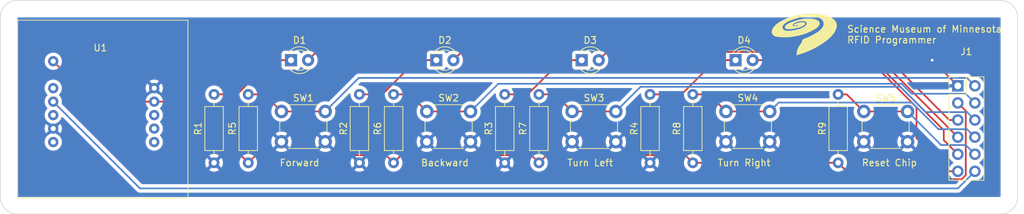
<source format=kicad_pcb>
(kicad_pcb (version 20221018) (generator pcbnew)
  (layers (0 "F.Cu" signal) (31 "B.Cu" signal) (34 "B.Paste" user) (35 "F.Paste" user) (36 "B.SilkS" user "B.Silkscreen") (37 "F.SilkS" user "F.Silkscreen") (38 "B.Mask" user) (39 "F.Mask" user) (44 "Edge.Cuts" user))
  (net 0 "")
  (net 1 "Net-(D1-Pad1)")
  (net 2 "/LED1")
  (net 3 "/LED2")
  (net 4 "Net-(D2-Pad1)")
  (net 5 "Net-(D3-Pad1)")
  (net 6 "/LED3")
  (net 7 "/LED4")
  (net 8 "Net-(D4-Pad1)")
  (net 9 "GND")
  (net 10 "/B1")
  (net 11 "+5V")
  (net 12 "/B2")
  (net 13 "/B3")
  (net 14 "/B4")
  (net 15 "/B5")
  (net 16 "Net-(J1-Pad12)")
  (net 17 "Net-(U1-Pad10)")
  (net 18 "Net-(U1-Pad8)")
  (net 19 "Net-(U1-Pad6)")
  (net 20 "Net-(U1-Pad5)")
  (net 21 "Net-(U1-Pad4)")
  (net 22 "Net-(U1-Pad3)")
  (footprint "LED_THT:LED_D3.0mm" (layer "F.Cu") (at 110.49 73.66)
    (fp_text reference "D1" (at 1.27 -2.96) (layer "F.SilkS"))
    (fp_text value "LED")
    (fp_line (start -0.29 -1.236) (end -0.29 -1.08) (stroke (width 0.12)) (layer "F.SilkS"))
    (fp_line (start -0.29 1.08) (end -0.29 1.236) (stroke (width 0.12)) (layer "F.SilkS"))
    (fp_arc (start -0.29 -1.235516) (mid 1.366487 -1.987659) (end 2.942335 -1.078608) (stroke (width 0.12)) (layer "F.SilkS"))
    (fp_arc (start 0.229039 -1.08) (mid 1.270117 -1.5) (end 2.31113 -1.079837) (stroke (width 0.12)) (layer "F.SilkS"))
    (fp_arc (start 2.31113 1.079837) (mid 1.270117 1.5) (end 0.229039 1.08) (stroke (width 0.12)) (layer "F.SilkS"))
    (fp_arc (start 2.942335 1.078608) (mid 1.366487 1.987659) (end -0.29 1.235516) (stroke (width 0.12)) (layer "F.SilkS"))
    (pad "1" thru_hole rect (at 0 0) (size 1.8 1.8) (drill 0.9) (layers "*.Cu" "*.Mask") (net 1 "Net-(D1-Pad1)"))
    (pad "2" thru_hole circle (at 2.54 0) (size 1.8 1.8) (drill 0.9) (layers "*.Cu" "*.Mask") (net 2 "/LED1"))
  )
  (footprint "LED_THT:LED_D3.0mm" (layer "F.Cu") (at 132.08 73.66)
    (fp_text reference "D2" (at 1.27 -2.96) (layer "F.SilkS"))
    (fp_text value "LED")
    (fp_line (start -0.29 -1.236) (end -0.29 -1.08) (stroke (width 0.12)) (layer "F.SilkS"))
    (fp_line (start -0.29 1.08) (end -0.29 1.236) (stroke (width 0.12)) (layer "F.SilkS"))
    (fp_arc (start -0.29 -1.235516) (mid 1.366487 -1.987659) (end 2.942335 -1.078608) (stroke (width 0.12)) (layer "F.SilkS"))
    (fp_arc (start 0.229039 -1.08) (mid 1.270117 -1.5) (end 2.31113 -1.079837) (stroke (width 0.12)) (layer "F.SilkS"))
    (fp_arc (start 2.31113 1.079837) (mid 1.270117 1.5) (end 0.229039 1.08) (stroke (width 0.12)) (layer "F.SilkS"))
    (fp_arc (start 2.942335 1.078608) (mid 1.366487 1.987659) (end -0.29 1.235516) (stroke (width 0.12)) (layer "F.SilkS"))
    (pad "1" thru_hole rect (at 0 0) (size 1.8 1.8) (drill 0.9) (layers "*.Cu" "*.Mask") (net 4 "Net-(D2-Pad1)"))
    (pad "2" thru_hole circle (at 2.54 0) (size 1.8 1.8) (drill 0.9) (layers "*.Cu" "*.Mask") (net 3 "/LED2"))
  )
  (footprint "LED_THT:LED_D3.0mm" (layer "F.Cu") (at 153.67 73.66)
    (fp_text reference "D3" (at 1.27 -2.96) (layer "F.SilkS"))
    (fp_text value "LED")
    (fp_line (start -0.29 -1.236) (end -0.29 -1.08) (stroke (width 0.12)) (layer "F.SilkS"))
    (fp_line (start -0.29 1.08) (end -0.29 1.236) (stroke (width 0.12)) (layer "F.SilkS"))
    (fp_arc (start -0.29 -1.235516) (mid 1.366487 -1.987659) (end 2.942335 -1.078608) (stroke (width 0.12)) (layer "F.SilkS"))
    (fp_arc (start 0.229039 -1.08) (mid 1.270117 -1.5) (end 2.31113 -1.079837) (stroke (width 0.12)) (layer "F.SilkS"))
    (fp_arc (start 2.31113 1.079837) (mid 1.270117 1.5) (end 0.229039 1.08) (stroke (width 0.12)) (layer "F.SilkS"))
    (fp_arc (start 2.942335 1.078608) (mid 1.366487 1.987659) (end -0.29 1.235516) (stroke (width 0.12)) (layer "F.SilkS"))
    (pad "1" thru_hole rect (at 0 0) (size 1.8 1.8) (drill 0.9) (layers "*.Cu" "*.Mask") (net 5 "Net-(D3-Pad1)"))
    (pad "2" thru_hole circle (at 2.54 0) (size 1.8 1.8) (drill 0.9) (layers "*.Cu" "*.Mask") (net 6 "/LED3"))
  )
  (footprint "LED_THT:LED_D3.0mm" (layer "F.Cu") (at 176.53 73.66)
    (fp_text reference "D4" (at 1.27 -2.96) (layer "F.SilkS"))
    (fp_text value "LED")
    (fp_line (start -0.29 -1.236) (end -0.29 -1.08) (stroke (width 0.12)) (layer "F.SilkS"))
    (fp_line (start -0.29 1.08) (end -0.29 1.236) (stroke (width 0.12)) (layer "F.SilkS"))
    (fp_arc (start -0.29 -1.235516) (mid 1.366487 -1.987659) (end 2.942335 -1.078608) (stroke (width 0.12)) (layer "F.SilkS"))
    (fp_arc (start 0.229039 -1.08) (mid 1.270117 -1.5) (end 2.31113 -1.079837) (stroke (width 0.12)) (layer "F.SilkS"))
    (fp_arc (start 2.31113 1.079837) (mid 1.270117 1.5) (end 0.229039 1.08) (stroke (width 0.12)) (layer "F.SilkS"))
    (fp_arc (start 2.942335 1.078608) (mid 1.366487 1.987659) (end -0.29 1.235516) (stroke (width 0.12)) (layer "F.SilkS"))
    (pad "1" thru_hole rect (at 0 0) (size 1.8 1.8) (drill 0.9) (layers "*.Cu" "*.Mask") (net 8 "Net-(D4-Pad1)"))
    (pad "2" thru_hole circle (at 2.54 0) (size 1.8 1.8) (drill 0.9) (layers "*.Cu" "*.Mask") (net 7 "/LED4"))
  )
  (footprint "Resistor_THT:R_Axial_DIN0207_L6.3mm_D2.5mm_P10.16mm_Horizontal" (layer "F.Cu") (at 99.06 88.9 90)
    (fp_text reference "R1" (at 5.08 -2.37 90) (layer "F.SilkS"))
    (fp_text value "1k")
    (fp_line (start 1.04 0) (end 1.81 0) (stroke (width 0.12)) (layer "F.SilkS"))
    (fp_line (start 1.81 -1.37) (end 1.81 1.37) (stroke (width 0.12)) (layer "F.SilkS"))
    (fp_line (start 1.81 1.37) (end 8.35 1.37) (stroke (width 0.12)) (layer "F.SilkS"))
    (fp_line (start 8.35 -1.37) (end 1.81 -1.37) (stroke (width 0.12)) (layer "F.SilkS"))
    (fp_line (start 8.35 1.37) (end 8.35 -1.37) (stroke (width 0.12)) (layer "F.SilkS"))
    (fp_line (start 9.12 0) (end 8.35 0) (stroke (width 0.12)) (layer "F.SilkS"))
    (pad "1" thru_hole circle (at 0 0 90) (size 1.6 1.6) (drill 0.8) (layers "*.Cu" "*.Mask") (net 9 "GND"))
    (pad "2" thru_hole oval (at 10.16 0 90) (size 1.6 1.6) (drill 0.8) (layers "*.Cu" "*.Mask") (net 1 "Net-(D1-Pad1)"))
  )
  (footprint "Resistor_THT:R_Axial_DIN0207_L6.3mm_D2.5mm_P10.16mm_Horizontal" (layer "F.Cu") (at 142.24 88.9 90)
    (fp_text reference "R3" (at 5.08 -2.37 90) (layer "F.SilkS"))
    (fp_text value "1k")
    (fp_line (start 1.04 0) (end 1.81 0) (stroke (width 0.12)) (layer "F.SilkS"))
    (fp_line (start 1.81 -1.37) (end 1.81 1.37) (stroke (width 0.12)) (layer "F.SilkS"))
    (fp_line (start 1.81 1.37) (end 8.35 1.37) (stroke (width 0.12)) (layer "F.SilkS"))
    (fp_line (start 8.35 -1.37) (end 1.81 -1.37) (stroke (width 0.12)) (layer "F.SilkS"))
    (fp_line (start 8.35 1.37) (end 8.35 -1.37) (stroke (width 0.12)) (layer "F.SilkS"))
    (fp_line (start 9.12 0) (end 8.35 0) (stroke (width 0.12)) (layer "F.SilkS"))
    (pad "1" thru_hole circle (at 0 0 90) (size 1.6 1.6) (drill 0.8) (layers "*.Cu" "*.Mask") (net 9 "GND"))
    (pad "2" thru_hole oval (at 10.16 0 90) (size 1.6 1.6) (drill 0.8) (layers "*.Cu" "*.Mask") (net 5 "Net-(D3-Pad1)"))
  )
  (footprint "Resistor_THT:R_Axial_DIN0207_L6.3mm_D2.5mm_P10.16mm_Horizontal" (layer "F.Cu") (at 104.14 88.9 90)
    (fp_text reference "R5" (at 5.08 -2.37 90) (layer "F.SilkS"))
    (fp_text value "10k")
    (fp_line (start 1.04 0) (end 1.81 0) (stroke (width 0.12)) (layer "F.SilkS"))
    (fp_line (start 1.81 -1.37) (end 1.81 1.37) (stroke (width 0.12)) (layer "F.SilkS"))
    (fp_line (start 1.81 1.37) (end 8.35 1.37) (stroke (width 0.12)) (layer "F.SilkS"))
    (fp_line (start 8.35 -1.37) (end 1.81 -1.37) (stroke (width 0.12)) (layer "F.SilkS"))
    (fp_line (start 8.35 1.37) (end 8.35 -1.37) (stroke (width 0.12)) (layer "F.SilkS"))
    (fp_line (start 9.12 0) (end 8.35 0) (stroke (width 0.12)) (layer "F.SilkS"))
    (pad "1" thru_hole circle (at 0 0 90) (size 1.6 1.6) (drill 0.8) (layers "*.Cu" "*.Mask") (net 11 "+5V"))
    (pad "2" thru_hole oval (at 10.16 0 90) (size 1.6 1.6) (drill 0.8) (layers "*.Cu" "*.Mask") (net 10 "/B1"))
  )
  (footprint "Button_Switch_THT:SW_PUSH_6mm_H4.3mm" (layer "F.Cu") (at 109.07 81.28)
    (fp_text reference "SW1" (at 3.25 -2) (layer "F.SilkS"))
    (fp_text value "SW_Push")
    (fp_line (start -0.25 1.5) (end -0.25 3) (stroke (width 0.12)) (layer "F.SilkS"))
    (fp_line (start 1 5.5) (end 5.5 5.5) (stroke (width 0.12)) (layer "F.SilkS"))
    (fp_line (start 5.5 -1) (end 1 -1) (stroke (width 0.12)) (layer "F.SilkS"))
    (fp_line (start 6.75 3) (end 6.75 1.5) (stroke (width 0.12)) (layer "F.SilkS"))
    (pad "1" thru_hole circle (at 0 0 90) (size 2 2) (drill 1.1) (layers "*.Cu" "*.Mask") (net 10 "/B1"))
    (pad "1" thru_hole circle (at 6.5 0 90) (size 2 2) (drill 1.1) (layers "*.Cu" "*.Mask") (net 10 "/B1"))
    (pad "2" thru_hole circle (at 0 4.5 90) (size 2 2) (drill 1.1) (layers "*.Cu" "*.Mask") (net 9 "GND"))
    (pad "2" thru_hole circle (at 6.5 4.5 90) (size 2 2) (drill 1.1) (layers "*.Cu" "*.Mask") (net 9 "GND"))
  )
  (footprint "SMM:ID-12LA" (layer "F.Cu") (at 90.17 77.82)
    (fp_text reference "U1" (at -8 -6) (layer "F.SilkS"))
    (fp_text value "ID12-LA")
    (fp_line (start -20.3 -10.1) (end 5 -10.1) (stroke (width 0.12)) (layer "F.SilkS"))
    (fp_line (start -20.3 16.3) (end -20.3 -10.1) (stroke (width 0.12)) (layer "F.SilkS"))
    (fp_line (start 0 16.3) (end -20.3 16.3) (stroke (width 0.12)) (layer "F.SilkS"))
    (fp_line (start 5 -10.1) (end 5 16.3) (stroke (width 0.12)) (layer "F.SilkS"))
    (fp_line (start 5 16.3) (end 0 16.3) (stroke (width 0.12)) (layer "F.SilkS"))
    (pad "1" thru_hole circle (at 0 0) (size 1.524 1.524) (drill 0.762) (layers "*.Cu" "*.Mask") (net 9 "GND"))
    (pad "2" thru_hole circle (at 0 2) (size 1.524 1.524) (drill 0.762) (layers "*.Cu" "*.Mask") (net 11 "+5V"))
    (pad "3" thru_hole circle (at 0 4) (size 1.524 1.524) (drill 0.762) (layers "*.Cu" "*.Mask") (net 22 "Net-(U1-Pad3)"))
    (pad "4" thru_hole circle (at 0 6) (size 1.524 1.524) (drill 0.762) (layers "*.Cu" "*.Mask") (net 21 "Net-(U1-Pad4)"))
    (pad "5" thru_hole circle (at 0 8) (size 1.524 1.524) (drill 0.762) (layers "*.Cu" "*.Mask") (net 20 "Net-(U1-Pad5)"))
    (pad "6" thru_hole circle (at -15 8) (size 1.524 1.524) (drill 0.762) (layers "*.Cu" "*.Mask") (net 19 "Net-(U1-Pad6)"))
    (pad "7" thru_hole circle (at -15 6) (size 1.524 1.524) (drill 0.762) (layers "*.Cu" "*.Mask") (net 9 "GND"))
    (pad "8" thru_hole circle (at -15 4) (size 1.524 1.524) (drill 0.762) (layers "*.Cu" "*.Mask") (net 18 "Net-(U1-Pad8)"))
    (pad "9" thru_hole circle (at -15 2) (size 1.524 1.524) (drill 0.762) (layers "*.Cu" "*.Mask") (net 16 "Net-(J1-Pad12)"))
    (pad "10" thru_hole circle (at -15 0) (size 1.524 1.524) (drill 0.762) (layers "*.Cu" "*.Mask") (net 17 "Net-(U1-Pad10)"))
    (pad "11" thru_hole circle (at -15 -4) (size 1.524 1.524) (drill 0.762) (layers "*.Cu" "*.Mask") (net 11 "+5V"))
  )
  (footprint "Connector_PinHeader_2.54mm:PinHeader_2x06_P2.54mm_Vertical" (layer "F.Cu") (at 209.55 77.47)
    (fp_text reference "J1" (at 1.27 -5.08) (layer "F.SilkS"))
    (fp_text value "Conn_02x06_Odd_Even")
    (fp_line (start -1.33 -1.33) (end 0 -1.33) (stroke (width 0.12)) (layer "F.SilkS"))
    (fp_line (start -1.33 0) (end -1.33 -1.33) (stroke (width 0.12)) (layer "F.SilkS"))
    (fp_line (start -1.33 1.27) (end -1.33 14.03) (stroke (width 0.12)) (layer "F.SilkS"))
    (fp_line (start -1.33 1.27) (end 1.27 1.27) (stroke (width 0.12)) (layer "F.SilkS"))
    (fp_line (start -1.33 14.03) (end 3.87 14.03) (stroke (width 0.12)) (layer "F.SilkS"))
    (fp_line (start 1.27 -1.33) (end 3.87 -1.33) (stroke (width 0.12)) (layer "F.SilkS"))
    (fp_line (start 1.27 1.27) (end 1.27 -1.33) (stroke (width 0.12)) (layer "F.SilkS"))
    (fp_line (start 3.87 -1.33) (end 3.87 14.03) (stroke (width 0.12)) (layer "F.SilkS"))
    (pad "1" thru_hole rect (at 0 0) (size 1.7 1.7) (drill 1) (layers "*.Cu" "*.Mask") (net 9 "GND"))
    (pad "2" thru_hole oval (at 2.54 0) (size 1.7 1.7) (drill 1) (layers "*.Cu" "*.Mask") (net 10 "/B1"))
    (pad "3" thru_hole oval (at 0 2.54) (size 1.7 1.7) (drill 1) (layers "*.Cu" "*.Mask") (net 11 "+5V"))
    (pad "4" thru_hole oval (at 2.54 2.54) (size 1.7 1.7) (drill 1) (layers "*.Cu" "*.Mask") (net 12 "/B2"))
    (pad "5" thru_hole oval (at 0 5.08) (size 1.7 1.7) (drill 1) (layers "*.Cu" "*.Mask") (net 2 "/LED1"))
    (pad "6" thru_hole oval (at 2.54 5.08) (size 1.7 1.7) (drill 1) (layers "*.Cu" "*.Mask") (net 13 "/B3"))
    (pad "7" thru_hole oval (at 0 7.62) (size 1.7 1.7) (drill 1) (layers "*.Cu" "*.Mask") (net 3 "/LED2"))
    (pad "8" thru_hole oval (at 2.54 7.62) (size 1.7 1.7) (drill 1) (layers "*.Cu" "*.Mask") (net 14 "/B4"))
    (pad "9" thru_hole oval (at 0 10.16) (size 1.7 1.7) (drill 1) (layers "*.Cu" "*.Mask") (net 6 "/LED3"))
    (pad "10" thru_hole oval (at 2.54 10.16) (size 1.7 1.7) (drill 1) (layers "*.Cu" "*.Mask") (net 15 "/B5"))
    (pad "11" thru_hole oval (at 0 12.7) (size 1.7 1.7) (drill 1) (layers "*.Cu" "*.Mask") (net 7 "/LED4"))
    (pad "12" thru_hole oval (at 2.54 12.7) (size 1.7 1.7) (drill 1) (layers "*.Cu" "*.Mask") (net 16 "Net-(J1-Pad12)"))
  )
  (footprint "Resistor_THT:R_Axial_DIN0207_L6.3mm_D2.5mm_P10.16mm_Horizontal" (layer "F.Cu") (at 120.65 88.9 90)
    (fp_text reference "R2" (at 5.08 -2.37 90) (layer "F.SilkS"))
    (fp_text value "1k")
    (fp_line (start 1.04 0) (end 1.81 0) (stroke (width 0.12)) (layer "F.SilkS"))
    (fp_line (start 1.81 -1.37) (end 1.81 1.37) (stroke (width 0.12)) (layer "F.SilkS"))
    (fp_line (start 1.81 1.37) (end 8.35 1.37) (stroke (width 0.12)) (layer "F.SilkS"))
    (fp_line (start 8.35 -1.37) (end 1.81 -1.37) (stroke (width 0.12)) (layer "F.SilkS"))
    (fp_line (start 8.35 1.37) (end 8.35 -1.37) (stroke (width 0.12)) (layer "F.SilkS"))
    (fp_line (start 9.12 0) (end 8.35 0) (stroke (width 0.12)) (layer "F.SilkS"))
    (pad "1" thru_hole circle (at 0 0 90) (size 1.6 1.6) (drill 0.8) (layers "*.Cu" "*.Mask") (net 9 "GND"))
    (pad "2" thru_hole oval (at 10.16 0 90) (size 1.6 1.6) (drill 0.8) (layers "*.Cu" "*.Mask") (net 4 "Net-(D2-Pad1)"))
  )
  (footprint "Resistor_THT:R_Axial_DIN0207_L6.3mm_D2.5mm_P10.16mm_Horizontal" (layer "F.Cu") (at 147.32 88.9 90)
    (fp_text reference "R7" (at 5.08 -2.37 90) (layer "F.SilkS"))
    (fp_text value "10k")
    (fp_line (start 1.04 0) (end 1.81 0) (stroke (width 0.12)) (layer "F.SilkS"))
    (fp_line (start 1.81 -1.37) (end 1.81 1.37) (stroke (width 0.12)) (layer "F.SilkS"))
    (fp_line (start 1.81 1.37) (end 8.35 1.37) (stroke (width 0.12)) (layer "F.SilkS"))
    (fp_line (start 8.35 -1.37) (end 1.81 -1.37) (stroke (width 0.12)) (layer "F.SilkS"))
    (fp_line (start 8.35 1.37) (end 8.35 -1.37) (stroke (width 0.12)) (layer "F.SilkS"))
    (fp_line (start 9.12 0) (end 8.35 0) (stroke (width 0.12)) (layer "F.SilkS"))
    (pad "1" thru_hole circle (at 0 0 90) (size 1.6 1.6) (drill 0.8) (layers "*.Cu" "*.Mask") (net 11 "+5V"))
    (pad "2" thru_hole oval (at 10.16 0 90) (size 1.6 1.6) (drill 0.8) (layers "*.Cu" "*.Mask") (net 13 "/B3"))
  )
  (footprint "Button_Switch_THT:SW_PUSH_6mm_H4.3mm" (layer "F.Cu") (at 195.58 81.28)
    (fp_text reference "SW5" (at 3.25 -2) (layer "F.SilkS"))
    (fp_text value "SW_Push")
    (fp_line (start -0.25 1.5) (end -0.25 3) (stroke (width 0.12)) (layer "F.SilkS"))
    (fp_line (start 1 5.5) (end 5.5 5.5) (stroke (width 0.12)) (layer "F.SilkS"))
    (fp_line (start 5.5 -1) (end 1 -1) (stroke (width 0.12)) (layer "F.SilkS"))
    (fp_line (start 6.75 3) (end 6.75 1.5) (stroke (width 0.12)) (layer "F.SilkS"))
    (pad "1" thru_hole circle (at 0 0 90) (size 2 2) (drill 1.1) (layers "*.Cu" "*.Mask") (net 15 "/B5"))
    (pad "1" thru_hole circle (at 6.5 0 90) (size 2 2) (drill 1.1) (layers "*.Cu" "*.Mask") (net 15 "/B5"))
    (pad "2" thru_hole circle (at 0 4.5 90) (size 2 2) (drill 1.1) (layers "*.Cu" "*.Mask") (net 9 "GND"))
    (pad "2" thru_hole circle (at 6.5 4.5 90) (size 2 2) (drill 1.1) (layers "*.Cu" "*.Mask") (net 9 "GND"))
  )
  (footprint "Resistor_THT:R_Axial_DIN0207_L6.3mm_D2.5mm_P10.16mm_Horizontal" (layer "F.Cu") (at 191.77 88.9 90)
    (fp_text reference "R9" (at 5.08 -2.37 90) (layer "F.SilkS"))
    (fp_text value "10k")
    (fp_line (start 1.04 0) (end 1.81 0) (stroke (width 0.12)) (layer "F.SilkS"))
    (fp_line (start 1.81 -1.37) (end 1.81 1.37) (stroke (width 0.12)) (layer "F.SilkS"))
    (fp_line (start 1.81 1.37) (end 8.35 1.37) (stroke (width 0.12)) (layer "F.SilkS"))
    (fp_line (start 8.35 -1.37) (end 1.81 -1.37) (stroke (width 0.12)) (layer "F.SilkS"))
    (fp_line (start 8.35 1.37) (end 8.35 -1.37) (stroke (width 0.12)) (layer "F.SilkS"))
    (fp_line (start 9.12 0) (end 8.35 0) (stroke (width 0.12)) (layer "F.SilkS"))
    (pad "1" thru_hole circle (at 0 0 90) (size 1.6 1.6) (drill 0.8) (layers "*.Cu" "*.Mask") (net 11 "+5V"))
    (pad "2" thru_hole oval (at 10.16 0 90) (size 1.6 1.6) (drill 0.8) (layers "*.Cu" "*.Mask") (net 15 "/B5"))
  )
  (footprint "Button_Switch_THT:SW_PUSH_6mm_H4.3mm" (layer "F.Cu") (at 152.25 81.28)
    (fp_text reference "SW3" (at 3.25 -2) (layer "F.SilkS"))
    (fp_text value "SW_Push")
    (fp_line (start -0.25 1.5) (end -0.25 3) (stroke (width 0.12)) (layer "F.SilkS"))
    (fp_line (start 1 5.5) (end 5.5 5.5) (stroke (width 0.12)) (layer "F.SilkS"))
    (fp_line (start 5.5 -1) (end 1 -1) (stroke (width 0.12)) (layer "F.SilkS"))
    (fp_line (start 6.75 3) (end 6.75 1.5) (stroke (width 0.12)) (layer "F.SilkS"))
    (pad "1" thru_hole circle (at 0 0 90) (size 2 2) (drill 1.1) (layers "*.Cu" "*.Mask") (net 13 "/B3"))
    (pad "1" thru_hole circle (at 6.5 0 90) (size 2 2) (drill 1.1) (layers "*.Cu" "*.Mask") (net 13 "/B3"))
    (pad "2" thru_hole circle (at 0 4.5 90) (size 2 2) (drill 1.1) (layers "*.Cu" "*.Mask") (net 9 "GND"))
    (pad "2" thru_hole circle (at 6.5 4.5 90) (size 2 2) (drill 1.1) (layers "*.Cu" "*.Mask") (net 9 "GND"))
  )
  (footprint "Button_Switch_THT:SW_PUSH_6mm_H4.3mm" (layer "F.Cu") (at 130.66 81.28)
    (fp_text reference "SW2" (at 3.25 -2) (layer "F.SilkS"))
    (fp_text value "SW_Push")
    (fp_line (start -0.25 1.5) (end -0.25 3) (stroke (width 0.12)) (layer "F.SilkS"))
    (fp_line (start 1 5.5) (end 5.5 5.5) (stroke (width 0.12)) (layer "F.SilkS"))
    (fp_line (start 5.5 -1) (end 1 -1) (stroke (width 0.12)) (layer "F.SilkS"))
    (fp_line (start 6.75 3) (end 6.75 1.5) (stroke (width 0.12)) (layer "F.SilkS"))
    (pad "1" thru_hole circle (at 0 0 90) (size 2 2) (drill 1.1) (layers "*.Cu" "*.Mask") (net 12 "/B2"))
    (pad "1" thru_hole circle (at 6.5 0 90) (size 2 2) (drill 1.1) (layers "*.Cu" "*.Mask") (net 12 "/B2"))
    (pad "2" thru_hole circle (at 0 4.5 90) (size 2 2) (drill 1.1) (layers "*.Cu" "*.Mask") (net 9 "GND"))
    (pad "2" thru_hole circle (at 6.5 4.5 90) (size 2 2) (drill 1.1) (layers "*.Cu" "*.Mask") (net 9 "GND"))
  )
  (footprint "Button_Switch_THT:SW_PUSH_6mm_H4.3mm" (layer "F.Cu") (at 175.11 81.28)
    (fp_text reference "SW4" (at 3.25 -2) (layer "F.SilkS"))
    (fp_text value "SW_Push")
    (fp_line (start -0.25 1.5) (end -0.25 3) (stroke (width 0.12)) (layer "F.SilkS"))
    (fp_line (start 1 5.5) (end 5.5 5.5) (stroke (width 0.12)) (layer "F.SilkS"))
    (fp_line (start 5.5 -1) (end 1 -1) (stroke (width 0.12)) (layer "F.SilkS"))
    (fp_line (start 6.75 3) (end 6.75 1.5) (stroke (width 0.12)) (layer "F.SilkS"))
    (pad "1" thru_hole circle (at 0 0 90) (size 2 2) (drill 1.1) (layers "*.Cu" "*.Mask") (net 14 "/B4"))
    (pad "1" thru_hole circle (at 6.5 0 90) (size 2 2) (drill 1.1) (layers "*.Cu" "*.Mask") (net 14 "/B4"))
    (pad "2" thru_hole circle (at 0 4.5 90) (size 2 2) (drill 1.1) (layers "*.Cu" "*.Mask") (net 9 "GND"))
    (pad "2" thru_hole circle (at 6.5 4.5 90) (size 2 2) (drill 1.1) (layers "*.Cu" "*.Mask") (net 9 "GND"))
  )
  (footprint "Resistor_THT:R_Axial_DIN0207_L6.3mm_D2.5mm_P10.16mm_Horizontal" (layer "F.Cu") (at 125.73 88.9 90)
    (fp_text reference "R6" (at 5.08 -2.37 90) (layer "F.SilkS"))
    (fp_text value "10k")
    (fp_line (start 1.04 0) (end 1.81 0) (stroke (width 0.12)) (layer "F.SilkS"))
    (fp_line (start 1.81 -1.37) (end 1.81 1.37) (stroke (width 0.12)) (layer "F.SilkS"))
    (fp_line (start 1.81 1.37) (end 8.35 1.37) (stroke (width 0.12)) (layer "F.SilkS"))
    (fp_line (start 8.35 -1.37) (end 1.81 -1.37) (stroke (width 0.12)) (layer "F.SilkS"))
    (fp_line (start 8.35 1.37) (end 8.35 -1.37) (stroke (width 0.12)) (layer "F.SilkS"))
    (fp_line (start 9.12 0) (end 8.35 0) (stroke (width 0.12)) (layer "F.SilkS"))
    (pad "1" thru_hole circle (at 0 0 90) (size 1.6 1.6) (drill 0.8) (layers "*.Cu" "*.Mask") (net 11 "+5V"))
    (pad "2" thru_hole oval (at 10.16 0 90) (size 1.6 1.6) (drill 0.8) (layers "*.Cu" "*.Mask") (net 12 "/B2"))
  )
  (footprint "Resistor_THT:R_Axial_DIN0207_L6.3mm_D2.5mm_P10.16mm_Horizontal" (layer "F.Cu") (at 163.83 88.9 90)
    (fp_text reference "R4" (at 5.08 -2.37 90) (layer "F.SilkS"))
    (fp_text value "1k")
    (fp_line (start 1.04 0) (end 1.81 0) (stroke (width 0.12)) (layer "F.SilkS"))
    (fp_line (start 1.81 -1.37) (end 1.81 1.37) (stroke (width 0.12)) (layer "F.SilkS"))
    (fp_line (start 1.81 1.37) (end 8.35 1.37) (stroke (width 0.12)) (layer "F.SilkS"))
    (fp_line (start 8.35 -1.37) (end 1.81 -1.37) (stroke (width 0.12)) (layer "F.SilkS"))
    (fp_line (start 8.35 1.37) (end 8.35 -1.37) (stroke (width 0.12)) (layer "F.SilkS"))
    (fp_line (start 9.12 0) (end 8.35 0) (stroke (width 0.12)) (layer "F.SilkS"))
    (pad "1" thru_hole circle (at 0 0 90) (size 1.6 1.6) (drill 0.8) (layers "*.Cu" "*.Mask") (net 9 "GND"))
    (pad "2" thru_hole oval (at 10.16 0 90) (size 1.6 1.6) (drill 0.8) (layers "*.Cu" "*.Mask") (net 8 "Net-(D4-Pad1)"))
  )
  (footprint "Resistor_THT:R_Axial_DIN0207_L6.3mm_D2.5mm_P10.16mm_Horizontal" (layer "F.Cu") (at 170.18 88.9 90)
    (fp_text reference "R8" (at 5.08 -2.37 90) (layer "F.SilkS"))
    (fp_text value "10k")
    (fp_line (start 1.04 0) (end 1.81 0) (stroke (width 0.12)) (layer "F.SilkS"))
    (fp_line (start 1.81 -1.37) (end 1.81 1.37) (stroke (width 0.12)) (layer "F.SilkS"))
    (fp_line (start 1.81 1.37) (end 8.35 1.37) (stroke (width 0.12)) (layer "F.SilkS"))
    (fp_line (start 8.35 -1.37) (end 1.81 -1.37) (stroke (width 0.12)) (layer "F.SilkS"))
    (fp_line (start 8.35 1.37) (end 8.35 -1.37) (stroke (width 0.12)) (layer "F.SilkS"))
    (fp_line (start 9.12 0) (end 8.35 0) (stroke (width 0.12)) (layer "F.SilkS"))
    (pad "1" thru_hole circle (at 0 0 90) (size 1.6 1.6) (drill 0.8) (layers "*.Cu" "*.Mask") (net 11 "+5V"))
    (pad "2" thru_hole oval (at 10.16 0 90) (size 1.6 1.6) (drill 0.8) (layers "*.Cu" "*.Mask") (net 14 "/B4"))
  )
  (footprint "dna-puzzle-electronics:smm-spiral-10mm" (layer "F.Cu") (at 186.69 69.85)
    (fp_text reference "G***" hide)
    (fp_text value "LOGO" hide)
    (fp_poly (pts (xy 2.215401 -3.033381) (xy 2.933681 -2.905873) (xy 3.546286 -2.725346) (xy 4.010907 -2.5237) (xy 4.377426 -2.291041) (xy 4.645665 -2.027901) (xy 4.815445 -1.734813) (xy 4.886586 -1.41231) (xy 4.85891 -1.060924) (xy 4.732238 -0.681187) (xy 4.50639 -0.273634) (xy 4.414923 -0.139919) (xy 4.095298 0.245177) (xy 3.685521 0.637257) (xy 3.19749 1.029067) (xy 2.643105 1.41335) (xy 2.034268 1.78285) (xy 1.382878 2.130312) (xy 0.700835 2.448479) (xy 0.00004 2.730097) (xy -0.656896 2.952471) (xy -1.081947 3.082931) (xy -1.081947 2.834925) (xy -1.05177 2.556213) (xy -0.970974 2.247197) (xy -0.854165 1.952849) (xy -0.72181 1.725963) (xy -0.547743 1.487588) (xy -0.426928 1.311634) (xy -0.348802 1.179618) (xy -0.302804 1.073056) (xy -0.27837 0.973466) (xy -0.273588 0.941603) (xy -0.252981 0.831949) (xy -0.211611 0.759567) (xy -0.125541 0.702175) (xy 0.029166 0.63749) (xy 0.069773 0.621975) (xy 0.550785 0.42487) (xy 1.021639 0.205285) (xy 1.465025 -0.027075) (xy 1.863636 -0.262508) (xy 2.200162 -0.49131) (xy 2.457295 -0.703776) (xy 2.488029 -0.733719) (xy 2.725719 -1.021597) (xy 2.872719 -1.312566) (xy 2.928705 -1.5969) (xy 2.893353 -1.864875) (xy 2.766339 -2.106766) (xy 2.547341 -2.312847) (xy 2.540736 -2.31742) (xy 2.343281 -2.435183) (xy 2.128166 -2.523357) (xy 1.877676 -2.585425) (xy 1.574099 -2.624872) (xy 1.199721 -2.645183) (xy 0.850102 -2.649978) (xy 0.417822 -2.645224) (xy 0.050497 -2.62607) (xy -0.282798 -2.5876) (xy -0.612987 -2.524898) (xy -0.970991 -2.433049) (xy -1.387737 -2.307138) (xy -1.468357 -2.281445) (xy -2.004922 -2.089009) (xy -2.443066 -1.887431) (xy -2.781872 -1.67737) (xy -3.020419 -1.459487) (xy -3.15779 -1.234446) (xy -3.19432 -1.039473) (xy -3.146123 -0.878686) (xy -3.014774 -0.732749) (xy -2.820135 -0.618894) (xy -2.648043 -0.565633) (xy -2.375592 -0.538162) (xy -2.044828 -0.550555) (xy -1.675405 -0.597586) (xy -1.286982 -0.674025) (xy -0.899215 -0.774646) (xy -0.531761 -0.89422) (xy -0.204276 -1.027518) (xy 0.063583 -1.169313) (xy 0.252158 -1.314377) (xy 0.279415 -1.344252) (xy 0.3942 -1.529479) (xy 0.415787 -1.691522) (xy 0.352446 -1.825142) (xy 0.21245 -1.925095) (xy 0.004069 -1.98614) (xy -0.264427 -2.003034) (xy -0.584766 -1.970536) (xy -0.680121 -1.952395) (xy -0.958212 -1.87869) (xy -1.20258 -1.784855) (xy -1.405446 -1.678906) (xy -1.559034 -1.568861) (xy -1.655566 -1.462734) (xy -1.687267 -1.368544) (xy -1.646358 -1.294306) (xy -1.525064 -1.248038) (xy -1.374619 -1.236511) (xy -1.179726 -1.247778) (xy -1.003328 -1.277307) (xy -0.868958 -1.31869) (xy -0.800151 -1.36552) (xy -0.79978 -1.393017) (xy -0.862198 -1.410121) (xy -0.967163 -1.390413) (xy -1.176189 -1.33702) (xy -1.358941 -1.317412) (xy -1.483765 -1.334529) (xy -1.496793 -1.341208) (xy -1.535373 -1.403104) (xy -1.473983 -1.479859) (xy -1.31203 -1.571915) (xy -1.048923 -1.679716) (xy -1.04048 -1.682824) (xy -0.78898 -1.758657) (xy -0.528001 -1.809557) (xy -0.279904 -1.834236) (xy -0.067054 -1.831408) (xy 0.088188 -1.799785) (xy 0.156646 -1.751724) (xy 0.194433 -1.613703) (xy 0.133222 -1.475049) (xy -0.022986 -1.338212) (xy -0.270194 -1.205636) (xy -0.604401 -1.07977) (xy -1.021608 -0.96306) (xy -1.199461 -0.921975) (xy -1.621893 -0.842786) (xy -1.995981 -0.799436) (xy -2.312242 -0.791493) (xy -2.561193 -0.818527) (xy -2.73335 -0.880107) (xy -2.819229 -0.9758) (xy -2.824649 -0.99586) (xy -2.823669 -1.155405) (xy -2.752198 -1.305581) (xy -2.603433 -1.452179) (xy -2.370573 -1.600993) (xy -2.046814 -1.757815) (xy -1.817155 -1.853743) (xy -1.230615 -2.066959) (xy -0.685828 -2.216436) (xy -0.150022 -2.309598) (xy 0.38641 -2.352948) (xy 0.88718 -2.353791) (xy 1.320683 -2.314531) (xy 1.68286 -2.238528) (xy 1.969655 -2.129138) (xy 2.177009 -1.989721) (xy 2.300865 -1.823634) (xy 2.337166 -1.634234) (xy 2.281853 -1.424881) (xy 2.130868 -1.198932) (xy 1.973605 -1.039429) (xy 1.793183 -0.903327) (xy 1.536703 -0.745532) (xy 1.225862 -0.57693) (xy 0.88236 -0.408411) (xy 0.527895 -0.250861) (xy 0.184163 -0.115169) (xy 0.012831 -0.055533) (xy -0.575612 0.112171) (xy -1.227123 0.252187) (xy -1.903613 0.356448) (xy -1.969958 0.364454) (xy -2.271956 0.390231) (xy -2.6145 0.403538) (xy -2.975447 0.40512) (xy -3.332652 0.395722) (xy -3.663972 0.376089) (xy -3.947264 0.346967) (xy -4.160383 0.309099) (xy -4.230204 0.28842) (xy -4.494985 0.150475) (xy -4.672763 -0.031536) (xy -4.765376 -0.249473) (xy -4.774658 -0.495196) (xy -4.702448 -0.760564) (xy -4.550581 -1.037438) (xy -4.320893 -1.317678) (xy -4.01522 -1.593142) (xy -3.765078 -1.773458) (xy -3.141868 -2.133459) (xy -2.451603 -2.439705) (xy -1.710046 -2.690143) (xy -0.932961 -2.88272) (xy -0.13611 -3.015385) (xy 0.664743 -3.086085) (xy 1.453834 -3.092768) (xy 2.215401 -3.033381)) (stroke (width 0.01)) (fill solid) (layer "F.SilkS"))
  )
  (gr_line (start 67.31 67.31) (end 67.31 93.98) (stroke (width 0.1)) (layer "Edge.Cuts"))
  (gr_arc (start 218.44 93.98) (mid 217.696051 95.776051) (end 215.9 96.52) (stroke (width 0.1)) (layer "Edge.Cuts"))
  (gr_line (start 218.44 93.98) (end 218.44 67.31) (stroke (width 0.1)) (layer "Edge.Cuts"))
  (gr_line (start 215.9 64.77) (end 69.85 64.77) (stroke (width 0.1)) (layer "Edge.Cuts"))
  (gr_arc (start 67.31 67.31) (mid 68.053949 65.513949) (end 69.85 64.77) (stroke (width 0.1)) (layer "Edge.Cuts"))
  (gr_arc (start 215.9 64.77) (mid 217.696051 65.513949) (end 218.44 67.31) (stroke (width 0.1)) (layer "Edge.Cuts"))
  (gr_arc (start 69.85 96.52) (mid 68.053949 95.776051) (end 67.31 93.98) (stroke (width 0.1)) (layer "Edge.Cuts"))
  (gr_line (start 69.85 96.52) (end 215.9 96.52) (stroke (width 0.1)) (layer "Edge.Cuts"))
  (gr_text "Science Museum of Minnesota\nRFID Programmer" (at 193.04 69.85) (layer "F.SilkS") (effects (font (size 1 1)) (justify left)))
  (gr_text "Reset Chip\n" (at 199.39 88.9) (layer "F.SilkS") (effects (font (size 1 1))))
  (gr_text "Backward" (at 133.35 88.9) (layer "F.SilkS") (effects (font (size 1 1))))
  (gr_text "Forward" (at 111.76 88.9) (layer "F.SilkS") (effects (font (size 1 1))))
  (gr_text "Turn Right" (at 177.8 88.9) (layer "F.SilkS") (effects (font (size 1 1))))
  (gr_text "Turn Left" (at 154.94 88.9) (layer "F.SilkS") (effects (font (size 1 1))))
  (segment (start 107.554998 73.66) (end 109.34 73.66) (width 0.25) (layer "F.Cu") (net 1))
  (segment (start 102.474998 78.74) (end 107.554998 73.66) (width 0.25) (layer "F.Cu") (net 1))
  (segment (start 109.34 73.66) (end 110.49 73.66) (width 0.25) (layer "F.Cu") (net 1))
  (segment (start 99.06 78.74) (end 102.474998 78.74) (width 0.25) (layer "F.Cu") (net 1))
  (segment (start 113.929999 72.760001) (end 113.03 73.66) (width 0.25) (layer "F.Cu") (net 2))
  (segment (start 209.55 82.55) (end 208.28 82.55) (width 0.25) (layer "F.Cu") (net 2))
  (segment (start 197.264979 71.534979) (end 115.155021 71.534979) (width 0.25) (layer "F.Cu") (net 2))
  (segment (start 208.28 82.55) (end 197.264979 71.534979) (width 0.25) (layer "F.Cu") (net 2))
  (segment (start 115.155021 71.534979) (end 113.929999 72.760001) (width 0.25) (layer "F.Cu") (net 2))
  (segment (start 196.444989 71.984989) (end 136.295011 71.984989) (width 0.25) (layer "F.Cu") (net 3))
  (segment (start 136.295011 71.984989) (end 135.519999 72.760001) (width 0.25) (layer "F.Cu") (net 3))
  (segment (start 135.519999 72.760001) (end 134.62 73.66) (width 0.25) (layer "F.Cu") (net 3))
  (segment (start 209.55 85.09) (end 196.444989 71.984989) (width 0.25) (layer "F.Cu") (net 3))
  (segment (start 124.064998 78.74) (end 129.144998 73.66) (width 0.25) (layer "F.Cu") (net 4))
  (segment (start 130.93 73.66) (end 132.08 73.66) (width 0.25) (layer "F.Cu") (net 4))
  (segment (start 120.65 78.74) (end 124.064998 78.74) (width 0.25) (layer "F.Cu") (net 4))
  (segment (start 129.144998 73.66) (end 130.93 73.66) (width 0.25) (layer "F.Cu") (net 4))
  (segment (start 145.654998 78.74) (end 150.734998 73.66) (width 0.25) (layer "F.Cu") (net 5))
  (segment (start 142.24 78.74) (end 145.654998 78.74) (width 0.25) (layer "F.Cu") (net 5))
  (segment (start 152.52 73.66) (end 153.67 73.66) (width 0.25) (layer "F.Cu") (net 5))
  (segment (start 150.734998 73.66) (end 152.52 73.66) (width 0.25) (layer "F.Cu") (net 5))
  (segment (start 209.55 87.63) (end 207.460009 85.540009) (width 0.25) (layer "F.Cu") (net 6))
  (segment (start 207.460009 85.540009) (end 207.460009 84.062597) (width 0.25) (layer "F.Cu") (net 6))
  (segment (start 207.460009 84.062597) (end 195.832411 72.434999) (width 0.25) (layer "F.Cu") (net 6))
  (segment (start 195.832411 72.434999) (end 157.435001 72.434999) (width 0.25) (layer "F.Cu") (net 6))
  (segment (start 157.435001 72.434999) (end 157.109999 72.760001) (width 0.25) (layer "F.Cu") (net 6))
  (segment (start 157.109999 72.760001) (end 156.21 73.66) (width 0.25) (layer "F.Cu") (net 6))
  (segment (start 203.405001 80.643999) (end 196.421002 73.66) (width 0.25) (layer "F.Cu") (net 7))
  (segment (start 208.347919 90.17) (end 203.405001 85.227082) (width 0.25) (layer "F.Cu") (net 7))
  (segment (start 180.342792 73.66) (end 179.07 73.66) (width 0.25) (layer "F.Cu") (net 7))
  (segment (start 203.405001 85.227082) (end 203.405001 80.643999) (width 0.25) (layer "F.Cu") (net 7))
  (segment (start 209.55 90.17) (end 208.347919 90.17) (width 0.25) (layer "F.Cu") (net 7))
  (segment (start 196.421002 73.66) (end 180.342792 73.66) (width 0.25) (layer "F.Cu") (net 7))
  (segment (start 173.594998 73.66) (end 175.38 73.66) (width 0.25) (layer "F.Cu") (net 8))
  (segment (start 163.83 78.74) (end 168.514998 78.74) (width 0.25) (layer "F.Cu") (net 8))
  (segment (start 168.514998 78.74) (end 173.594998 73.66) (width 0.25) (layer "F.Cu") (net 8))
  (segment (start 175.38 73.66) (end 176.53 73.66) (width 0.25) (layer "F.Cu") (net 8))
  (segment (start 209.55 77.47) (end 205.74 73.66) (width 0.25) (layer "F.Cu") (net 9))
  (via (at 205.74 73.66) (size 0.8) (drill 0.4) (layers "F.Cu" "B.Cu") (net 9))
  (segment (start 109.07 81.28) (end 115.57 81.28) (width 0.25) (layer "F.Cu") (net 10))
  (segment (start 104.14 78.74) (end 106.53 78.74) (width 0.25) (layer "F.Cu") (net 10))
  (segment (start 106.53 78.74) (end 109.07 81.28) (width 0.25) (layer "F.Cu") (net 10))
  (segment (start 210.914999 76.294999) (end 120.555001 76.294999) (width 0.25) (layer "B.Cu") (net 10))
  (segment (start 116.569999 80.280001) (end 115.57 81.28) (width 0.25) (layer "B.Cu") (net 10))
  (segment (start 120.555001 76.294999) (end 116.569999 80.280001) (width 0.25) (layer "B.Cu") (net 10))
  (segment (start 212.09 77.47) (end 210.914999 76.294999) (width 0.25) (layer "B.Cu") (net 10))
  (segment (start 104.939999 88.100001) (end 104.14 88.9) (width 0.25) (layer "F.Cu") (net 11))
  (segment (start 147.32 88.9) (end 146.194999 87.774999) (width 0.25) (layer "F.Cu") (net 11))
  (segment (start 126.529999 88.100001) (end 125.73 88.9) (width 0.25) (layer "F.Cu") (net 11))
  (segment (start 209.55 80.01) (end 210.725001 81.185001) (width 0.25) (layer "F.Cu") (net 11))
  (segment (start 148.119999 88.100001) (end 147.32 88.9) (width 0.25) (layer "F.Cu") (net 11))
  (segment (start 105.265001 87.774999) (end 104.939999 88.100001) (width 0.25) (layer "F.Cu") (net 11))
  (segment (start 170.18 88.9) (end 169.054999 87.774999) (width 0.25) (layer "F.Cu") (net 11))
  (segment (start 194.215001 91.345001) (end 192.569999 89.699999) (width 0.25) (layer "F.Cu") (net 11))
  (segment (start 210.725001 90.734001) (end 210.114001 91.345001) (width 0.25) (layer "F.Cu") (net 11))
  (segment (start 125.73 88.9) (end 124.604999 87.774999) (width 0.25) (layer "F.Cu") (net 11))
  (segment (start 192.569999 89.699999) (end 191.77 88.9) (width 0.25) (layer "F.Cu") (net 11))
  (segment (start 95.06 79.82) (end 90.17 79.82) (width 0.25) (layer "F.Cu") (net 11))
  (segment (start 191.77 88.9) (end 170.18 88.9) (width 0.25) (layer "F.Cu") (net 11))
  (segment (start 148.445001 87.774999) (end 148.119999 88.100001) (width 0.25) (layer "F.Cu") (net 11))
  (segment (start 169.054999 87.774999) (end 148.445001 87.774999) (width 0.25) (layer "F.Cu") (net 11))
  (segment (start 90.17 79.82) (end 81.17 79.82) (width 0.25) (layer "F.Cu") (net 11))
  (segment (start 81.17 79.82) (end 75.17 73.82) (width 0.25) (layer "F.Cu") (net 11))
  (segment (start 210.114001 91.345001) (end 194.215001 91.345001) (width 0.25) (layer "F.Cu") (net 11))
  (segment (start 124.604999 87.774999) (end 105.265001 87.774999) (width 0.25) (layer "F.Cu") (net 11))
  (segment (start 146.194999 87.774999) (end 126.855001 87.774999) (width 0.25) (layer "F.Cu") (net 11))
  (segment (start 126.855001 87.774999) (end 126.529999 88.100001) (width 0.25) (layer "F.Cu") (net 11))
  (segment (start 210.725001 81.185001) (end 210.725001 90.734001) (width 0.25) (layer "F.Cu") (net 11))
  (segment (start 104.14 88.9) (end 95.06 79.82) (width 0.25) (layer "F.Cu") (net 11))
  (segment (start 128.12 78.74) (end 130.66 81.28) (width 0.25) (layer "F.Cu") (net 12))
  (segment (start 125.73 78.74) (end 128.12 78.74) (width 0.25) (layer "F.Cu") (net 12))
  (segment (start 130.66 81.28) (end 137.16 81.28) (width 0.25) (layer "F.Cu") (net 12))
  (segment (start 202.678823 78.645001) (end 201.198811 77.164989) (width 0.25) (layer "B.Cu") (net 12))
  (segment (start 210.725001 78.645001) (end 202.678823 78.645001) (width 0.25) (layer "B.Cu") (net 12))
  (segment (start 138.159999 80.280001) (end 137.16 81.28) (width 0.25) (layer "B.Cu") (net 12))
  (segment (start 201.198811 77.164989) (end 141.275011 77.164989) (width 0.25) (layer "B.Cu") (net 12))
  (segment (start 141.275011 77.164989) (end 138.159999 80.280001) (width 0.25) (layer "B.Cu") (net 12))
  (segment (start 212.09 80.01) (end 210.725001 78.645001) (width 0.25) (layer "B.Cu") (net 12))
  (segment (start 149.71 78.74) (end 152.25 81.28) (width 0.25) (layer "F.Cu") (net 13))
  (segment (start 152.25 81.28) (end 158.75 81.28) (width 0.25) (layer "F.Cu") (net 13))
  (segment (start 147.32 78.74) (end 149.71 78.74) (width 0.25) (layer "F.Cu") (net 13))
  (segment (start 201.012411 77.614999) (end 162.415001 77.614999) (width 0.25) (layer "B.Cu") (net 13))
  (segment (start 159.749999 80.280001) (end 158.75 81.28) (width 0.25) (layer "B.Cu") (net 13))
  (segment (start 210.914999 81.374999) (end 204.772411 81.374999) (width 0.25) (layer "B.Cu") (net 13))
  (segment (start 212.09 82.55) (end 210.914999 81.374999) (width 0.25) (layer "B.Cu") (net 13))
  (segment (start 204.772411 81.374999) (end 201.012411 77.614999) (width 0.25) (layer "B.Cu") (net 13))
  (segment (start 162.415001 77.614999) (end 159.749999 80.280001) (width 0.25) (layer "B.Cu") (net 13))
  (segment (start 175.11 81.28) (end 181.61 81.28) (width 0.25) (layer "F.Cu") (net 14))
  (segment (start 172.57 78.74) (end 175.11 81.28) (width 0.25) (layer "F.Cu") (net 14))
  (segment (start 170.18 78.74) (end 172.57 78.74) (width 0.25) (layer "F.Cu") (net 14))
  (segment (start 210.914999 83.914999) (end 206.676001 83.914999) (width 0.25) (layer "B.Cu") (net 14))
  (segment (start 182.935001 79.954999) (end 182.609999 80.280001) (width 0.25) (layer "B.Cu") (net 14))
  (segment (start 202.716001 79.954999) (end 182.935001 79.954999) (width 0.25) (layer "B.Cu") (net 14))
  (segment (start 182.609999 80.280001) (end 181.61 81.28) (width 0.25) (layer "B.Cu") (net 14))
  (segment (start 212.09 85.09) (end 210.914999 83.914999) (width 0.25) (layer "B.Cu") (net 14))
  (segment (start 206.676001 83.914999) (end 202.716001 79.954999) (width 0.25) (layer "B.Cu") (net 14))
  (segment (start 193.04 78.74) (end 195.58 81.28) (width 0.25) (layer "F.Cu") (net 15))
  (segment (start 191.77 78.74) (end 193.04 78.74) (width 0.25) (layer "F.Cu") (net 15))
  (segment (start 195.58 81.28) (end 202.08 81.28) (width 0.25) (layer "F.Cu") (net 15))
  (segment (start 207.065001 86.265001) (end 203.079999 82.279999) (width 0.25) (layer "B.Cu") (net 15))
  (segment (start 212.09 87.63) (end 210.725001 86.265001) (width 0.25) (layer "B.Cu") (net 15))
  (segment (start 203.079999 82.279999) (end 202.08 81.28) (width 0.25) (layer "B.Cu") (net 15))
  (segment (start 210.725001 86.265001) (end 207.065001 86.265001) (width 0.25) (layer "B.Cu") (net 15))
  (segment (start 209.55 92.71) (end 212.09 90.17) (width 0.25) (layer "B.Cu") (net 16))
  (segment (start 88.06 92.71) (end 209.55 92.71) (width 0.25) (layer "B.Cu") (net 16))
  (segment (start 75.17 79.82) (end 88.06 92.71) (width 0.25) (layer "B.Cu") (net 16))
  (zone (net 9) (net_name "GND") (layer "B.Cu") (connect_pads (clearance 0.508)) (min_thickness 0.254) (fill yes (thermal_gap 0.508) (thermal_bridge_width 0.508))
    (polygon (pts (xy 215.9 93.98) (xy 69.85 93.98) (xy 69.85 67.31) (xy 215.9 67.31)))
  )
)
</source>
